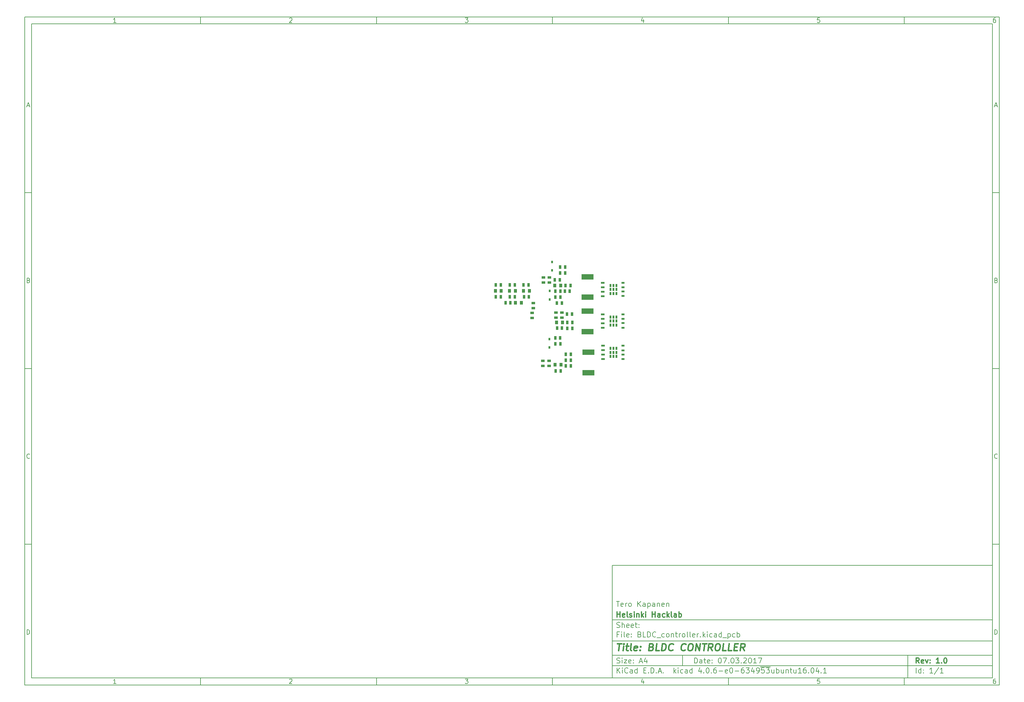
<source format=gbr>
G04 #@! TF.FileFunction,Paste,Bot*
%FSLAX46Y46*%
G04 Gerber Fmt 4.6, Leading zero omitted, Abs format (unit mm)*
G04 Created by KiCad (PCBNEW 4.0.6-e0-6349~53~ubuntu16.04.1) date Tue Mar  7 23:33:07 2017*
%MOMM*%
%LPD*%
G01*
G04 APERTURE LIST*
%ADD10C,0.100000*%
%ADD11C,0.150000*%
%ADD12C,0.300000*%
%ADD13C,0.400000*%
%ADD14R,0.600000X0.800000*%
%ADD15R,0.650000X0.990000*%
%ADD16R,3.450000X1.500000*%
%ADD17R,0.600000X0.900000*%
%ADD18R,0.900000X0.600000*%
%ADD19R,1.050000X0.600000*%
%ADD20R,0.990000X0.650000*%
%ADD21R,0.900000X1.000000*%
G04 APERTURE END LIST*
D10*
D11*
X177002200Y-166007200D02*
X177002200Y-198007200D01*
X285002200Y-198007200D01*
X285002200Y-166007200D01*
X177002200Y-166007200D01*
D10*
D11*
X10000000Y-10000000D02*
X10000000Y-200007200D01*
X287002200Y-200007200D01*
X287002200Y-10000000D01*
X10000000Y-10000000D01*
D10*
D11*
X12000000Y-12000000D02*
X12000000Y-198007200D01*
X285002200Y-198007200D01*
X285002200Y-12000000D01*
X12000000Y-12000000D01*
D10*
D11*
X60000000Y-12000000D02*
X60000000Y-10000000D01*
D10*
D11*
X110000000Y-12000000D02*
X110000000Y-10000000D01*
D10*
D11*
X160000000Y-12000000D02*
X160000000Y-10000000D01*
D10*
D11*
X210000000Y-12000000D02*
X210000000Y-10000000D01*
D10*
D11*
X260000000Y-12000000D02*
X260000000Y-10000000D01*
D10*
D11*
X35990476Y-11588095D02*
X35247619Y-11588095D01*
X35619048Y-11588095D02*
X35619048Y-10288095D01*
X35495238Y-10473810D01*
X35371429Y-10597619D01*
X35247619Y-10659524D01*
D10*
D11*
X85247619Y-10411905D02*
X85309524Y-10350000D01*
X85433333Y-10288095D01*
X85742857Y-10288095D01*
X85866667Y-10350000D01*
X85928571Y-10411905D01*
X85990476Y-10535714D01*
X85990476Y-10659524D01*
X85928571Y-10845238D01*
X85185714Y-11588095D01*
X85990476Y-11588095D01*
D10*
D11*
X135185714Y-10288095D02*
X135990476Y-10288095D01*
X135557143Y-10783333D01*
X135742857Y-10783333D01*
X135866667Y-10845238D01*
X135928571Y-10907143D01*
X135990476Y-11030952D01*
X135990476Y-11340476D01*
X135928571Y-11464286D01*
X135866667Y-11526190D01*
X135742857Y-11588095D01*
X135371429Y-11588095D01*
X135247619Y-11526190D01*
X135185714Y-11464286D01*
D10*
D11*
X185866667Y-10721429D02*
X185866667Y-11588095D01*
X185557143Y-10226190D02*
X185247619Y-11154762D01*
X186052381Y-11154762D01*
D10*
D11*
X235928571Y-10288095D02*
X235309524Y-10288095D01*
X235247619Y-10907143D01*
X235309524Y-10845238D01*
X235433333Y-10783333D01*
X235742857Y-10783333D01*
X235866667Y-10845238D01*
X235928571Y-10907143D01*
X235990476Y-11030952D01*
X235990476Y-11340476D01*
X235928571Y-11464286D01*
X235866667Y-11526190D01*
X235742857Y-11588095D01*
X235433333Y-11588095D01*
X235309524Y-11526190D01*
X235247619Y-11464286D01*
D10*
D11*
X285866667Y-10288095D02*
X285619048Y-10288095D01*
X285495238Y-10350000D01*
X285433333Y-10411905D01*
X285309524Y-10597619D01*
X285247619Y-10845238D01*
X285247619Y-11340476D01*
X285309524Y-11464286D01*
X285371429Y-11526190D01*
X285495238Y-11588095D01*
X285742857Y-11588095D01*
X285866667Y-11526190D01*
X285928571Y-11464286D01*
X285990476Y-11340476D01*
X285990476Y-11030952D01*
X285928571Y-10907143D01*
X285866667Y-10845238D01*
X285742857Y-10783333D01*
X285495238Y-10783333D01*
X285371429Y-10845238D01*
X285309524Y-10907143D01*
X285247619Y-11030952D01*
D10*
D11*
X60000000Y-198007200D02*
X60000000Y-200007200D01*
D10*
D11*
X110000000Y-198007200D02*
X110000000Y-200007200D01*
D10*
D11*
X160000000Y-198007200D02*
X160000000Y-200007200D01*
D10*
D11*
X210000000Y-198007200D02*
X210000000Y-200007200D01*
D10*
D11*
X260000000Y-198007200D02*
X260000000Y-200007200D01*
D10*
D11*
X35990476Y-199595295D02*
X35247619Y-199595295D01*
X35619048Y-199595295D02*
X35619048Y-198295295D01*
X35495238Y-198481010D01*
X35371429Y-198604819D01*
X35247619Y-198666724D01*
D10*
D11*
X85247619Y-198419105D02*
X85309524Y-198357200D01*
X85433333Y-198295295D01*
X85742857Y-198295295D01*
X85866667Y-198357200D01*
X85928571Y-198419105D01*
X85990476Y-198542914D01*
X85990476Y-198666724D01*
X85928571Y-198852438D01*
X85185714Y-199595295D01*
X85990476Y-199595295D01*
D10*
D11*
X135185714Y-198295295D02*
X135990476Y-198295295D01*
X135557143Y-198790533D01*
X135742857Y-198790533D01*
X135866667Y-198852438D01*
X135928571Y-198914343D01*
X135990476Y-199038152D01*
X135990476Y-199347676D01*
X135928571Y-199471486D01*
X135866667Y-199533390D01*
X135742857Y-199595295D01*
X135371429Y-199595295D01*
X135247619Y-199533390D01*
X135185714Y-199471486D01*
D10*
D11*
X185866667Y-198728629D02*
X185866667Y-199595295D01*
X185557143Y-198233390D02*
X185247619Y-199161962D01*
X186052381Y-199161962D01*
D10*
D11*
X235928571Y-198295295D02*
X235309524Y-198295295D01*
X235247619Y-198914343D01*
X235309524Y-198852438D01*
X235433333Y-198790533D01*
X235742857Y-198790533D01*
X235866667Y-198852438D01*
X235928571Y-198914343D01*
X235990476Y-199038152D01*
X235990476Y-199347676D01*
X235928571Y-199471486D01*
X235866667Y-199533390D01*
X235742857Y-199595295D01*
X235433333Y-199595295D01*
X235309524Y-199533390D01*
X235247619Y-199471486D01*
D10*
D11*
X285866667Y-198295295D02*
X285619048Y-198295295D01*
X285495238Y-198357200D01*
X285433333Y-198419105D01*
X285309524Y-198604819D01*
X285247619Y-198852438D01*
X285247619Y-199347676D01*
X285309524Y-199471486D01*
X285371429Y-199533390D01*
X285495238Y-199595295D01*
X285742857Y-199595295D01*
X285866667Y-199533390D01*
X285928571Y-199471486D01*
X285990476Y-199347676D01*
X285990476Y-199038152D01*
X285928571Y-198914343D01*
X285866667Y-198852438D01*
X285742857Y-198790533D01*
X285495238Y-198790533D01*
X285371429Y-198852438D01*
X285309524Y-198914343D01*
X285247619Y-199038152D01*
D10*
D11*
X10000000Y-60000000D02*
X12000000Y-60000000D01*
D10*
D11*
X10000000Y-110000000D02*
X12000000Y-110000000D01*
D10*
D11*
X10000000Y-160000000D02*
X12000000Y-160000000D01*
D10*
D11*
X10690476Y-35216667D02*
X11309524Y-35216667D01*
X10566667Y-35588095D02*
X11000000Y-34288095D01*
X11433333Y-35588095D01*
D10*
D11*
X11092857Y-84907143D02*
X11278571Y-84969048D01*
X11340476Y-85030952D01*
X11402381Y-85154762D01*
X11402381Y-85340476D01*
X11340476Y-85464286D01*
X11278571Y-85526190D01*
X11154762Y-85588095D01*
X10659524Y-85588095D01*
X10659524Y-84288095D01*
X11092857Y-84288095D01*
X11216667Y-84350000D01*
X11278571Y-84411905D01*
X11340476Y-84535714D01*
X11340476Y-84659524D01*
X11278571Y-84783333D01*
X11216667Y-84845238D01*
X11092857Y-84907143D01*
X10659524Y-84907143D01*
D10*
D11*
X11402381Y-135464286D02*
X11340476Y-135526190D01*
X11154762Y-135588095D01*
X11030952Y-135588095D01*
X10845238Y-135526190D01*
X10721429Y-135402381D01*
X10659524Y-135278571D01*
X10597619Y-135030952D01*
X10597619Y-134845238D01*
X10659524Y-134597619D01*
X10721429Y-134473810D01*
X10845238Y-134350000D01*
X11030952Y-134288095D01*
X11154762Y-134288095D01*
X11340476Y-134350000D01*
X11402381Y-134411905D01*
D10*
D11*
X10659524Y-185588095D02*
X10659524Y-184288095D01*
X10969048Y-184288095D01*
X11154762Y-184350000D01*
X11278571Y-184473810D01*
X11340476Y-184597619D01*
X11402381Y-184845238D01*
X11402381Y-185030952D01*
X11340476Y-185278571D01*
X11278571Y-185402381D01*
X11154762Y-185526190D01*
X10969048Y-185588095D01*
X10659524Y-185588095D01*
D10*
D11*
X287002200Y-60000000D02*
X285002200Y-60000000D01*
D10*
D11*
X287002200Y-110000000D02*
X285002200Y-110000000D01*
D10*
D11*
X287002200Y-160000000D02*
X285002200Y-160000000D01*
D10*
D11*
X285692676Y-35216667D02*
X286311724Y-35216667D01*
X285568867Y-35588095D02*
X286002200Y-34288095D01*
X286435533Y-35588095D01*
D10*
D11*
X286095057Y-84907143D02*
X286280771Y-84969048D01*
X286342676Y-85030952D01*
X286404581Y-85154762D01*
X286404581Y-85340476D01*
X286342676Y-85464286D01*
X286280771Y-85526190D01*
X286156962Y-85588095D01*
X285661724Y-85588095D01*
X285661724Y-84288095D01*
X286095057Y-84288095D01*
X286218867Y-84350000D01*
X286280771Y-84411905D01*
X286342676Y-84535714D01*
X286342676Y-84659524D01*
X286280771Y-84783333D01*
X286218867Y-84845238D01*
X286095057Y-84907143D01*
X285661724Y-84907143D01*
D10*
D11*
X286404581Y-135464286D02*
X286342676Y-135526190D01*
X286156962Y-135588095D01*
X286033152Y-135588095D01*
X285847438Y-135526190D01*
X285723629Y-135402381D01*
X285661724Y-135278571D01*
X285599819Y-135030952D01*
X285599819Y-134845238D01*
X285661724Y-134597619D01*
X285723629Y-134473810D01*
X285847438Y-134350000D01*
X286033152Y-134288095D01*
X286156962Y-134288095D01*
X286342676Y-134350000D01*
X286404581Y-134411905D01*
D10*
D11*
X285661724Y-185588095D02*
X285661724Y-184288095D01*
X285971248Y-184288095D01*
X286156962Y-184350000D01*
X286280771Y-184473810D01*
X286342676Y-184597619D01*
X286404581Y-184845238D01*
X286404581Y-185030952D01*
X286342676Y-185278571D01*
X286280771Y-185402381D01*
X286156962Y-185526190D01*
X285971248Y-185588095D01*
X285661724Y-185588095D01*
D10*
D11*
X200359343Y-193785771D02*
X200359343Y-192285771D01*
X200716486Y-192285771D01*
X200930771Y-192357200D01*
X201073629Y-192500057D01*
X201145057Y-192642914D01*
X201216486Y-192928629D01*
X201216486Y-193142914D01*
X201145057Y-193428629D01*
X201073629Y-193571486D01*
X200930771Y-193714343D01*
X200716486Y-193785771D01*
X200359343Y-193785771D01*
X202502200Y-193785771D02*
X202502200Y-193000057D01*
X202430771Y-192857200D01*
X202287914Y-192785771D01*
X202002200Y-192785771D01*
X201859343Y-192857200D01*
X202502200Y-193714343D02*
X202359343Y-193785771D01*
X202002200Y-193785771D01*
X201859343Y-193714343D01*
X201787914Y-193571486D01*
X201787914Y-193428629D01*
X201859343Y-193285771D01*
X202002200Y-193214343D01*
X202359343Y-193214343D01*
X202502200Y-193142914D01*
X203002200Y-192785771D02*
X203573629Y-192785771D01*
X203216486Y-192285771D02*
X203216486Y-193571486D01*
X203287914Y-193714343D01*
X203430772Y-193785771D01*
X203573629Y-193785771D01*
X204645057Y-193714343D02*
X204502200Y-193785771D01*
X204216486Y-193785771D01*
X204073629Y-193714343D01*
X204002200Y-193571486D01*
X204002200Y-193000057D01*
X204073629Y-192857200D01*
X204216486Y-192785771D01*
X204502200Y-192785771D01*
X204645057Y-192857200D01*
X204716486Y-193000057D01*
X204716486Y-193142914D01*
X204002200Y-193285771D01*
X205359343Y-193642914D02*
X205430771Y-193714343D01*
X205359343Y-193785771D01*
X205287914Y-193714343D01*
X205359343Y-193642914D01*
X205359343Y-193785771D01*
X205359343Y-192857200D02*
X205430771Y-192928629D01*
X205359343Y-193000057D01*
X205287914Y-192928629D01*
X205359343Y-192857200D01*
X205359343Y-193000057D01*
X207502200Y-192285771D02*
X207645057Y-192285771D01*
X207787914Y-192357200D01*
X207859343Y-192428629D01*
X207930772Y-192571486D01*
X208002200Y-192857200D01*
X208002200Y-193214343D01*
X207930772Y-193500057D01*
X207859343Y-193642914D01*
X207787914Y-193714343D01*
X207645057Y-193785771D01*
X207502200Y-193785771D01*
X207359343Y-193714343D01*
X207287914Y-193642914D01*
X207216486Y-193500057D01*
X207145057Y-193214343D01*
X207145057Y-192857200D01*
X207216486Y-192571486D01*
X207287914Y-192428629D01*
X207359343Y-192357200D01*
X207502200Y-192285771D01*
X208502200Y-192285771D02*
X209502200Y-192285771D01*
X208859343Y-193785771D01*
X210073628Y-193642914D02*
X210145056Y-193714343D01*
X210073628Y-193785771D01*
X210002199Y-193714343D01*
X210073628Y-193642914D01*
X210073628Y-193785771D01*
X211073628Y-192285771D02*
X211216485Y-192285771D01*
X211359342Y-192357200D01*
X211430771Y-192428629D01*
X211502200Y-192571486D01*
X211573628Y-192857200D01*
X211573628Y-193214343D01*
X211502200Y-193500057D01*
X211430771Y-193642914D01*
X211359342Y-193714343D01*
X211216485Y-193785771D01*
X211073628Y-193785771D01*
X210930771Y-193714343D01*
X210859342Y-193642914D01*
X210787914Y-193500057D01*
X210716485Y-193214343D01*
X210716485Y-192857200D01*
X210787914Y-192571486D01*
X210859342Y-192428629D01*
X210930771Y-192357200D01*
X211073628Y-192285771D01*
X212073628Y-192285771D02*
X213002199Y-192285771D01*
X212502199Y-192857200D01*
X212716485Y-192857200D01*
X212859342Y-192928629D01*
X212930771Y-193000057D01*
X213002199Y-193142914D01*
X213002199Y-193500057D01*
X212930771Y-193642914D01*
X212859342Y-193714343D01*
X212716485Y-193785771D01*
X212287913Y-193785771D01*
X212145056Y-193714343D01*
X212073628Y-193642914D01*
X213645056Y-193642914D02*
X213716484Y-193714343D01*
X213645056Y-193785771D01*
X213573627Y-193714343D01*
X213645056Y-193642914D01*
X213645056Y-193785771D01*
X214287913Y-192428629D02*
X214359342Y-192357200D01*
X214502199Y-192285771D01*
X214859342Y-192285771D01*
X215002199Y-192357200D01*
X215073628Y-192428629D01*
X215145056Y-192571486D01*
X215145056Y-192714343D01*
X215073628Y-192928629D01*
X214216485Y-193785771D01*
X215145056Y-193785771D01*
X216073627Y-192285771D02*
X216216484Y-192285771D01*
X216359341Y-192357200D01*
X216430770Y-192428629D01*
X216502199Y-192571486D01*
X216573627Y-192857200D01*
X216573627Y-193214343D01*
X216502199Y-193500057D01*
X216430770Y-193642914D01*
X216359341Y-193714343D01*
X216216484Y-193785771D01*
X216073627Y-193785771D01*
X215930770Y-193714343D01*
X215859341Y-193642914D01*
X215787913Y-193500057D01*
X215716484Y-193214343D01*
X215716484Y-192857200D01*
X215787913Y-192571486D01*
X215859341Y-192428629D01*
X215930770Y-192357200D01*
X216073627Y-192285771D01*
X218002198Y-193785771D02*
X217145055Y-193785771D01*
X217573627Y-193785771D02*
X217573627Y-192285771D01*
X217430770Y-192500057D01*
X217287912Y-192642914D01*
X217145055Y-192714343D01*
X218502198Y-192285771D02*
X219502198Y-192285771D01*
X218859341Y-193785771D01*
D10*
D11*
X177002200Y-194507200D02*
X285002200Y-194507200D01*
D10*
D11*
X178359343Y-196585771D02*
X178359343Y-195085771D01*
X179216486Y-196585771D02*
X178573629Y-195728629D01*
X179216486Y-195085771D02*
X178359343Y-195942914D01*
X179859343Y-196585771D02*
X179859343Y-195585771D01*
X179859343Y-195085771D02*
X179787914Y-195157200D01*
X179859343Y-195228629D01*
X179930771Y-195157200D01*
X179859343Y-195085771D01*
X179859343Y-195228629D01*
X181430772Y-196442914D02*
X181359343Y-196514343D01*
X181145057Y-196585771D01*
X181002200Y-196585771D01*
X180787915Y-196514343D01*
X180645057Y-196371486D01*
X180573629Y-196228629D01*
X180502200Y-195942914D01*
X180502200Y-195728629D01*
X180573629Y-195442914D01*
X180645057Y-195300057D01*
X180787915Y-195157200D01*
X181002200Y-195085771D01*
X181145057Y-195085771D01*
X181359343Y-195157200D01*
X181430772Y-195228629D01*
X182716486Y-196585771D02*
X182716486Y-195800057D01*
X182645057Y-195657200D01*
X182502200Y-195585771D01*
X182216486Y-195585771D01*
X182073629Y-195657200D01*
X182716486Y-196514343D02*
X182573629Y-196585771D01*
X182216486Y-196585771D01*
X182073629Y-196514343D01*
X182002200Y-196371486D01*
X182002200Y-196228629D01*
X182073629Y-196085771D01*
X182216486Y-196014343D01*
X182573629Y-196014343D01*
X182716486Y-195942914D01*
X184073629Y-196585771D02*
X184073629Y-195085771D01*
X184073629Y-196514343D02*
X183930772Y-196585771D01*
X183645058Y-196585771D01*
X183502200Y-196514343D01*
X183430772Y-196442914D01*
X183359343Y-196300057D01*
X183359343Y-195871486D01*
X183430772Y-195728629D01*
X183502200Y-195657200D01*
X183645058Y-195585771D01*
X183930772Y-195585771D01*
X184073629Y-195657200D01*
X185930772Y-195800057D02*
X186430772Y-195800057D01*
X186645058Y-196585771D02*
X185930772Y-196585771D01*
X185930772Y-195085771D01*
X186645058Y-195085771D01*
X187287915Y-196442914D02*
X187359343Y-196514343D01*
X187287915Y-196585771D01*
X187216486Y-196514343D01*
X187287915Y-196442914D01*
X187287915Y-196585771D01*
X188002201Y-196585771D02*
X188002201Y-195085771D01*
X188359344Y-195085771D01*
X188573629Y-195157200D01*
X188716487Y-195300057D01*
X188787915Y-195442914D01*
X188859344Y-195728629D01*
X188859344Y-195942914D01*
X188787915Y-196228629D01*
X188716487Y-196371486D01*
X188573629Y-196514343D01*
X188359344Y-196585771D01*
X188002201Y-196585771D01*
X189502201Y-196442914D02*
X189573629Y-196514343D01*
X189502201Y-196585771D01*
X189430772Y-196514343D01*
X189502201Y-196442914D01*
X189502201Y-196585771D01*
X190145058Y-196157200D02*
X190859344Y-196157200D01*
X190002201Y-196585771D02*
X190502201Y-195085771D01*
X191002201Y-196585771D01*
X191502201Y-196442914D02*
X191573629Y-196514343D01*
X191502201Y-196585771D01*
X191430772Y-196514343D01*
X191502201Y-196442914D01*
X191502201Y-196585771D01*
X194502201Y-196585771D02*
X194502201Y-195085771D01*
X194645058Y-196014343D02*
X195073629Y-196585771D01*
X195073629Y-195585771D02*
X194502201Y-196157200D01*
X195716487Y-196585771D02*
X195716487Y-195585771D01*
X195716487Y-195085771D02*
X195645058Y-195157200D01*
X195716487Y-195228629D01*
X195787915Y-195157200D01*
X195716487Y-195085771D01*
X195716487Y-195228629D01*
X197073630Y-196514343D02*
X196930773Y-196585771D01*
X196645059Y-196585771D01*
X196502201Y-196514343D01*
X196430773Y-196442914D01*
X196359344Y-196300057D01*
X196359344Y-195871486D01*
X196430773Y-195728629D01*
X196502201Y-195657200D01*
X196645059Y-195585771D01*
X196930773Y-195585771D01*
X197073630Y-195657200D01*
X198359344Y-196585771D02*
X198359344Y-195800057D01*
X198287915Y-195657200D01*
X198145058Y-195585771D01*
X197859344Y-195585771D01*
X197716487Y-195657200D01*
X198359344Y-196514343D02*
X198216487Y-196585771D01*
X197859344Y-196585771D01*
X197716487Y-196514343D01*
X197645058Y-196371486D01*
X197645058Y-196228629D01*
X197716487Y-196085771D01*
X197859344Y-196014343D01*
X198216487Y-196014343D01*
X198359344Y-195942914D01*
X199716487Y-196585771D02*
X199716487Y-195085771D01*
X199716487Y-196514343D02*
X199573630Y-196585771D01*
X199287916Y-196585771D01*
X199145058Y-196514343D01*
X199073630Y-196442914D01*
X199002201Y-196300057D01*
X199002201Y-195871486D01*
X199073630Y-195728629D01*
X199145058Y-195657200D01*
X199287916Y-195585771D01*
X199573630Y-195585771D01*
X199716487Y-195657200D01*
X202216487Y-195585771D02*
X202216487Y-196585771D01*
X201859344Y-195014343D02*
X201502201Y-196085771D01*
X202430773Y-196085771D01*
X203002201Y-196442914D02*
X203073629Y-196514343D01*
X203002201Y-196585771D01*
X202930772Y-196514343D01*
X203002201Y-196442914D01*
X203002201Y-196585771D01*
X204002201Y-195085771D02*
X204145058Y-195085771D01*
X204287915Y-195157200D01*
X204359344Y-195228629D01*
X204430773Y-195371486D01*
X204502201Y-195657200D01*
X204502201Y-196014343D01*
X204430773Y-196300057D01*
X204359344Y-196442914D01*
X204287915Y-196514343D01*
X204145058Y-196585771D01*
X204002201Y-196585771D01*
X203859344Y-196514343D01*
X203787915Y-196442914D01*
X203716487Y-196300057D01*
X203645058Y-196014343D01*
X203645058Y-195657200D01*
X203716487Y-195371486D01*
X203787915Y-195228629D01*
X203859344Y-195157200D01*
X204002201Y-195085771D01*
X205145058Y-196442914D02*
X205216486Y-196514343D01*
X205145058Y-196585771D01*
X205073629Y-196514343D01*
X205145058Y-196442914D01*
X205145058Y-196585771D01*
X206502201Y-195085771D02*
X206216487Y-195085771D01*
X206073630Y-195157200D01*
X206002201Y-195228629D01*
X205859344Y-195442914D01*
X205787915Y-195728629D01*
X205787915Y-196300057D01*
X205859344Y-196442914D01*
X205930772Y-196514343D01*
X206073630Y-196585771D01*
X206359344Y-196585771D01*
X206502201Y-196514343D01*
X206573630Y-196442914D01*
X206645058Y-196300057D01*
X206645058Y-195942914D01*
X206573630Y-195800057D01*
X206502201Y-195728629D01*
X206359344Y-195657200D01*
X206073630Y-195657200D01*
X205930772Y-195728629D01*
X205859344Y-195800057D01*
X205787915Y-195942914D01*
X207287915Y-196014343D02*
X208430772Y-196014343D01*
X209716486Y-196514343D02*
X209573629Y-196585771D01*
X209287915Y-196585771D01*
X209145058Y-196514343D01*
X209073629Y-196371486D01*
X209073629Y-195800057D01*
X209145058Y-195657200D01*
X209287915Y-195585771D01*
X209573629Y-195585771D01*
X209716486Y-195657200D01*
X209787915Y-195800057D01*
X209787915Y-195942914D01*
X209073629Y-196085771D01*
X210716486Y-195085771D02*
X210859343Y-195085771D01*
X211002200Y-195157200D01*
X211073629Y-195228629D01*
X211145058Y-195371486D01*
X211216486Y-195657200D01*
X211216486Y-196014343D01*
X211145058Y-196300057D01*
X211073629Y-196442914D01*
X211002200Y-196514343D01*
X210859343Y-196585771D01*
X210716486Y-196585771D01*
X210573629Y-196514343D01*
X210502200Y-196442914D01*
X210430772Y-196300057D01*
X210359343Y-196014343D01*
X210359343Y-195657200D01*
X210430772Y-195371486D01*
X210502200Y-195228629D01*
X210573629Y-195157200D01*
X210716486Y-195085771D01*
X211859343Y-196014343D02*
X213002200Y-196014343D01*
X214359343Y-195085771D02*
X214073629Y-195085771D01*
X213930772Y-195157200D01*
X213859343Y-195228629D01*
X213716486Y-195442914D01*
X213645057Y-195728629D01*
X213645057Y-196300057D01*
X213716486Y-196442914D01*
X213787914Y-196514343D01*
X213930772Y-196585771D01*
X214216486Y-196585771D01*
X214359343Y-196514343D01*
X214430772Y-196442914D01*
X214502200Y-196300057D01*
X214502200Y-195942914D01*
X214430772Y-195800057D01*
X214359343Y-195728629D01*
X214216486Y-195657200D01*
X213930772Y-195657200D01*
X213787914Y-195728629D01*
X213716486Y-195800057D01*
X213645057Y-195942914D01*
X215002200Y-195085771D02*
X215930771Y-195085771D01*
X215430771Y-195657200D01*
X215645057Y-195657200D01*
X215787914Y-195728629D01*
X215859343Y-195800057D01*
X215930771Y-195942914D01*
X215930771Y-196300057D01*
X215859343Y-196442914D01*
X215787914Y-196514343D01*
X215645057Y-196585771D01*
X215216485Y-196585771D01*
X215073628Y-196514343D01*
X215002200Y-196442914D01*
X217216485Y-195585771D02*
X217216485Y-196585771D01*
X216859342Y-195014343D02*
X216502199Y-196085771D01*
X217430771Y-196085771D01*
X218073627Y-196585771D02*
X218359342Y-196585771D01*
X218502199Y-196514343D01*
X218573627Y-196442914D01*
X218716485Y-196228629D01*
X218787913Y-195942914D01*
X218787913Y-195371486D01*
X218716485Y-195228629D01*
X218645056Y-195157200D01*
X218502199Y-195085771D01*
X218216485Y-195085771D01*
X218073627Y-195157200D01*
X218002199Y-195228629D01*
X217930770Y-195371486D01*
X217930770Y-195728629D01*
X218002199Y-195871486D01*
X218073627Y-195942914D01*
X218216485Y-196014343D01*
X218502199Y-196014343D01*
X218645056Y-195942914D01*
X218716485Y-195871486D01*
X218787913Y-195728629D01*
X220145056Y-195085771D02*
X219430770Y-195085771D01*
X219359341Y-195800057D01*
X219430770Y-195728629D01*
X219573627Y-195657200D01*
X219930770Y-195657200D01*
X220073627Y-195728629D01*
X220145056Y-195800057D01*
X220216484Y-195942914D01*
X220216484Y-196300057D01*
X220145056Y-196442914D01*
X220073627Y-196514343D01*
X219930770Y-196585771D01*
X219573627Y-196585771D01*
X219430770Y-196514343D01*
X219359341Y-196442914D01*
X220716484Y-195085771D02*
X221645055Y-195085771D01*
X221145055Y-195657200D01*
X221359341Y-195657200D01*
X221502198Y-195728629D01*
X221573627Y-195800057D01*
X221645055Y-195942914D01*
X221645055Y-196300057D01*
X221573627Y-196442914D01*
X221502198Y-196514343D01*
X221359341Y-196585771D01*
X220930769Y-196585771D01*
X220787912Y-196514343D01*
X220716484Y-196442914D01*
X219073627Y-194827200D02*
X221930769Y-194827200D01*
X222930769Y-195585771D02*
X222930769Y-196585771D01*
X222287912Y-195585771D02*
X222287912Y-196371486D01*
X222359340Y-196514343D01*
X222502198Y-196585771D01*
X222716483Y-196585771D01*
X222859340Y-196514343D01*
X222930769Y-196442914D01*
X223645055Y-196585771D02*
X223645055Y-195085771D01*
X223645055Y-195657200D02*
X223787912Y-195585771D01*
X224073626Y-195585771D01*
X224216483Y-195657200D01*
X224287912Y-195728629D01*
X224359341Y-195871486D01*
X224359341Y-196300057D01*
X224287912Y-196442914D01*
X224216483Y-196514343D01*
X224073626Y-196585771D01*
X223787912Y-196585771D01*
X223645055Y-196514343D01*
X225645055Y-195585771D02*
X225645055Y-196585771D01*
X225002198Y-195585771D02*
X225002198Y-196371486D01*
X225073626Y-196514343D01*
X225216484Y-196585771D01*
X225430769Y-196585771D01*
X225573626Y-196514343D01*
X225645055Y-196442914D01*
X226359341Y-195585771D02*
X226359341Y-196585771D01*
X226359341Y-195728629D02*
X226430769Y-195657200D01*
X226573627Y-195585771D01*
X226787912Y-195585771D01*
X226930769Y-195657200D01*
X227002198Y-195800057D01*
X227002198Y-196585771D01*
X227502198Y-195585771D02*
X228073627Y-195585771D01*
X227716484Y-195085771D02*
X227716484Y-196371486D01*
X227787912Y-196514343D01*
X227930770Y-196585771D01*
X228073627Y-196585771D01*
X229216484Y-195585771D02*
X229216484Y-196585771D01*
X228573627Y-195585771D02*
X228573627Y-196371486D01*
X228645055Y-196514343D01*
X228787913Y-196585771D01*
X229002198Y-196585771D01*
X229145055Y-196514343D01*
X229216484Y-196442914D01*
X230716484Y-196585771D02*
X229859341Y-196585771D01*
X230287913Y-196585771D02*
X230287913Y-195085771D01*
X230145056Y-195300057D01*
X230002198Y-195442914D01*
X229859341Y-195514343D01*
X232002198Y-195085771D02*
X231716484Y-195085771D01*
X231573627Y-195157200D01*
X231502198Y-195228629D01*
X231359341Y-195442914D01*
X231287912Y-195728629D01*
X231287912Y-196300057D01*
X231359341Y-196442914D01*
X231430769Y-196514343D01*
X231573627Y-196585771D01*
X231859341Y-196585771D01*
X232002198Y-196514343D01*
X232073627Y-196442914D01*
X232145055Y-196300057D01*
X232145055Y-195942914D01*
X232073627Y-195800057D01*
X232002198Y-195728629D01*
X231859341Y-195657200D01*
X231573627Y-195657200D01*
X231430769Y-195728629D01*
X231359341Y-195800057D01*
X231287912Y-195942914D01*
X232787912Y-196442914D02*
X232859340Y-196514343D01*
X232787912Y-196585771D01*
X232716483Y-196514343D01*
X232787912Y-196442914D01*
X232787912Y-196585771D01*
X233787912Y-195085771D02*
X233930769Y-195085771D01*
X234073626Y-195157200D01*
X234145055Y-195228629D01*
X234216484Y-195371486D01*
X234287912Y-195657200D01*
X234287912Y-196014343D01*
X234216484Y-196300057D01*
X234145055Y-196442914D01*
X234073626Y-196514343D01*
X233930769Y-196585771D01*
X233787912Y-196585771D01*
X233645055Y-196514343D01*
X233573626Y-196442914D01*
X233502198Y-196300057D01*
X233430769Y-196014343D01*
X233430769Y-195657200D01*
X233502198Y-195371486D01*
X233573626Y-195228629D01*
X233645055Y-195157200D01*
X233787912Y-195085771D01*
X235573626Y-195585771D02*
X235573626Y-196585771D01*
X235216483Y-195014343D02*
X234859340Y-196085771D01*
X235787912Y-196085771D01*
X236359340Y-196442914D02*
X236430768Y-196514343D01*
X236359340Y-196585771D01*
X236287911Y-196514343D01*
X236359340Y-196442914D01*
X236359340Y-196585771D01*
X237859340Y-196585771D02*
X237002197Y-196585771D01*
X237430769Y-196585771D02*
X237430769Y-195085771D01*
X237287912Y-195300057D01*
X237145054Y-195442914D01*
X237002197Y-195514343D01*
D10*
D11*
X177002200Y-191507200D02*
X285002200Y-191507200D01*
D10*
D12*
X264216486Y-193785771D02*
X263716486Y-193071486D01*
X263359343Y-193785771D02*
X263359343Y-192285771D01*
X263930771Y-192285771D01*
X264073629Y-192357200D01*
X264145057Y-192428629D01*
X264216486Y-192571486D01*
X264216486Y-192785771D01*
X264145057Y-192928629D01*
X264073629Y-193000057D01*
X263930771Y-193071486D01*
X263359343Y-193071486D01*
X265430771Y-193714343D02*
X265287914Y-193785771D01*
X265002200Y-193785771D01*
X264859343Y-193714343D01*
X264787914Y-193571486D01*
X264787914Y-193000057D01*
X264859343Y-192857200D01*
X265002200Y-192785771D01*
X265287914Y-192785771D01*
X265430771Y-192857200D01*
X265502200Y-193000057D01*
X265502200Y-193142914D01*
X264787914Y-193285771D01*
X266002200Y-192785771D02*
X266359343Y-193785771D01*
X266716485Y-192785771D01*
X267287914Y-193642914D02*
X267359342Y-193714343D01*
X267287914Y-193785771D01*
X267216485Y-193714343D01*
X267287914Y-193642914D01*
X267287914Y-193785771D01*
X267287914Y-192857200D02*
X267359342Y-192928629D01*
X267287914Y-193000057D01*
X267216485Y-192928629D01*
X267287914Y-192857200D01*
X267287914Y-193000057D01*
X269930771Y-193785771D02*
X269073628Y-193785771D01*
X269502200Y-193785771D02*
X269502200Y-192285771D01*
X269359343Y-192500057D01*
X269216485Y-192642914D01*
X269073628Y-192714343D01*
X270573628Y-193642914D02*
X270645056Y-193714343D01*
X270573628Y-193785771D01*
X270502199Y-193714343D01*
X270573628Y-193642914D01*
X270573628Y-193785771D01*
X271573628Y-192285771D02*
X271716485Y-192285771D01*
X271859342Y-192357200D01*
X271930771Y-192428629D01*
X272002200Y-192571486D01*
X272073628Y-192857200D01*
X272073628Y-193214343D01*
X272002200Y-193500057D01*
X271930771Y-193642914D01*
X271859342Y-193714343D01*
X271716485Y-193785771D01*
X271573628Y-193785771D01*
X271430771Y-193714343D01*
X271359342Y-193642914D01*
X271287914Y-193500057D01*
X271216485Y-193214343D01*
X271216485Y-192857200D01*
X271287914Y-192571486D01*
X271359342Y-192428629D01*
X271430771Y-192357200D01*
X271573628Y-192285771D01*
D10*
D11*
X178287914Y-193714343D02*
X178502200Y-193785771D01*
X178859343Y-193785771D01*
X179002200Y-193714343D01*
X179073629Y-193642914D01*
X179145057Y-193500057D01*
X179145057Y-193357200D01*
X179073629Y-193214343D01*
X179002200Y-193142914D01*
X178859343Y-193071486D01*
X178573629Y-193000057D01*
X178430771Y-192928629D01*
X178359343Y-192857200D01*
X178287914Y-192714343D01*
X178287914Y-192571486D01*
X178359343Y-192428629D01*
X178430771Y-192357200D01*
X178573629Y-192285771D01*
X178930771Y-192285771D01*
X179145057Y-192357200D01*
X179787914Y-193785771D02*
X179787914Y-192785771D01*
X179787914Y-192285771D02*
X179716485Y-192357200D01*
X179787914Y-192428629D01*
X179859342Y-192357200D01*
X179787914Y-192285771D01*
X179787914Y-192428629D01*
X180359343Y-192785771D02*
X181145057Y-192785771D01*
X180359343Y-193785771D01*
X181145057Y-193785771D01*
X182287914Y-193714343D02*
X182145057Y-193785771D01*
X181859343Y-193785771D01*
X181716486Y-193714343D01*
X181645057Y-193571486D01*
X181645057Y-193000057D01*
X181716486Y-192857200D01*
X181859343Y-192785771D01*
X182145057Y-192785771D01*
X182287914Y-192857200D01*
X182359343Y-193000057D01*
X182359343Y-193142914D01*
X181645057Y-193285771D01*
X183002200Y-193642914D02*
X183073628Y-193714343D01*
X183002200Y-193785771D01*
X182930771Y-193714343D01*
X183002200Y-193642914D01*
X183002200Y-193785771D01*
X183002200Y-192857200D02*
X183073628Y-192928629D01*
X183002200Y-193000057D01*
X182930771Y-192928629D01*
X183002200Y-192857200D01*
X183002200Y-193000057D01*
X184787914Y-193357200D02*
X185502200Y-193357200D01*
X184645057Y-193785771D02*
X185145057Y-192285771D01*
X185645057Y-193785771D01*
X186787914Y-192785771D02*
X186787914Y-193785771D01*
X186430771Y-192214343D02*
X186073628Y-193285771D01*
X187002200Y-193285771D01*
D10*
D11*
X263359343Y-196585771D02*
X263359343Y-195085771D01*
X264716486Y-196585771D02*
X264716486Y-195085771D01*
X264716486Y-196514343D02*
X264573629Y-196585771D01*
X264287915Y-196585771D01*
X264145057Y-196514343D01*
X264073629Y-196442914D01*
X264002200Y-196300057D01*
X264002200Y-195871486D01*
X264073629Y-195728629D01*
X264145057Y-195657200D01*
X264287915Y-195585771D01*
X264573629Y-195585771D01*
X264716486Y-195657200D01*
X265430772Y-196442914D02*
X265502200Y-196514343D01*
X265430772Y-196585771D01*
X265359343Y-196514343D01*
X265430772Y-196442914D01*
X265430772Y-196585771D01*
X265430772Y-195657200D02*
X265502200Y-195728629D01*
X265430772Y-195800057D01*
X265359343Y-195728629D01*
X265430772Y-195657200D01*
X265430772Y-195800057D01*
X268073629Y-196585771D02*
X267216486Y-196585771D01*
X267645058Y-196585771D02*
X267645058Y-195085771D01*
X267502201Y-195300057D01*
X267359343Y-195442914D01*
X267216486Y-195514343D01*
X269787914Y-195014343D02*
X268502200Y-196942914D01*
X271073629Y-196585771D02*
X270216486Y-196585771D01*
X270645058Y-196585771D02*
X270645058Y-195085771D01*
X270502201Y-195300057D01*
X270359343Y-195442914D01*
X270216486Y-195514343D01*
D10*
D11*
X177002200Y-187507200D02*
X285002200Y-187507200D01*
D10*
D13*
X178454581Y-188211962D02*
X179597438Y-188211962D01*
X178776010Y-190211962D02*
X179026010Y-188211962D01*
X180014105Y-190211962D02*
X180180771Y-188878629D01*
X180264105Y-188211962D02*
X180156962Y-188307200D01*
X180240295Y-188402438D01*
X180347439Y-188307200D01*
X180264105Y-188211962D01*
X180240295Y-188402438D01*
X180847438Y-188878629D02*
X181609343Y-188878629D01*
X181216486Y-188211962D02*
X181002200Y-189926248D01*
X181073630Y-190116724D01*
X181252201Y-190211962D01*
X181442677Y-190211962D01*
X182395058Y-190211962D02*
X182216487Y-190116724D01*
X182145057Y-189926248D01*
X182359343Y-188211962D01*
X183930772Y-190116724D02*
X183728391Y-190211962D01*
X183347439Y-190211962D01*
X183168867Y-190116724D01*
X183097438Y-189926248D01*
X183192676Y-189164343D01*
X183311724Y-188973867D01*
X183514105Y-188878629D01*
X183895057Y-188878629D01*
X184073629Y-188973867D01*
X184145057Y-189164343D01*
X184121248Y-189354819D01*
X183145057Y-189545295D01*
X184895057Y-190021486D02*
X184978392Y-190116724D01*
X184871248Y-190211962D01*
X184787915Y-190116724D01*
X184895057Y-190021486D01*
X184871248Y-190211962D01*
X185026010Y-188973867D02*
X185109344Y-189069105D01*
X185002200Y-189164343D01*
X184918867Y-189069105D01*
X185026010Y-188973867D01*
X185002200Y-189164343D01*
X188145058Y-189164343D02*
X188418867Y-189259581D01*
X188502202Y-189354819D01*
X188573630Y-189545295D01*
X188537916Y-189831010D01*
X188418868Y-190021486D01*
X188311725Y-190116724D01*
X188109344Y-190211962D01*
X187347439Y-190211962D01*
X187597439Y-188211962D01*
X188264106Y-188211962D01*
X188442677Y-188307200D01*
X188526010Y-188402438D01*
X188597440Y-188592914D01*
X188573630Y-188783390D01*
X188454582Y-188973867D01*
X188347439Y-189069105D01*
X188145058Y-189164343D01*
X187478391Y-189164343D01*
X190299820Y-190211962D02*
X189347439Y-190211962D01*
X189597439Y-188211962D01*
X190966487Y-190211962D02*
X191216487Y-188211962D01*
X191692678Y-188211962D01*
X191966487Y-188307200D01*
X192133154Y-188497676D01*
X192204583Y-188688152D01*
X192252202Y-189069105D01*
X192216488Y-189354819D01*
X192073631Y-189735771D01*
X191954582Y-189926248D01*
X191740297Y-190116724D01*
X191442678Y-190211962D01*
X190966487Y-190211962D01*
X194133154Y-190021486D02*
X194026012Y-190116724D01*
X193728392Y-190211962D01*
X193537916Y-190211962D01*
X193264107Y-190116724D01*
X193097440Y-189926248D01*
X193026011Y-189735771D01*
X192978392Y-189354819D01*
X193014106Y-189069105D01*
X193156963Y-188688152D01*
X193276012Y-188497676D01*
X193490297Y-188307200D01*
X193787916Y-188211962D01*
X193978392Y-188211962D01*
X194252202Y-188307200D01*
X194335535Y-188402438D01*
X197656964Y-190021486D02*
X197549822Y-190116724D01*
X197252202Y-190211962D01*
X197061726Y-190211962D01*
X196787917Y-190116724D01*
X196621250Y-189926248D01*
X196549821Y-189735771D01*
X196502202Y-189354819D01*
X196537916Y-189069105D01*
X196680773Y-188688152D01*
X196799822Y-188497676D01*
X197014107Y-188307200D01*
X197311726Y-188211962D01*
X197502202Y-188211962D01*
X197776012Y-188307200D01*
X197859345Y-188402438D01*
X199121250Y-188211962D02*
X199502202Y-188211962D01*
X199680773Y-188307200D01*
X199847441Y-188497676D01*
X199895059Y-188878629D01*
X199811726Y-189545295D01*
X199668869Y-189926248D01*
X199454583Y-190116724D01*
X199252202Y-190211962D01*
X198871250Y-190211962D01*
X198692679Y-190116724D01*
X198526011Y-189926248D01*
X198478392Y-189545295D01*
X198561725Y-188878629D01*
X198704583Y-188497676D01*
X198918869Y-188307200D01*
X199121250Y-188211962D01*
X200585535Y-190211962D02*
X200835535Y-188211962D01*
X201728393Y-190211962D01*
X201978393Y-188211962D01*
X202645059Y-188211962D02*
X203787916Y-188211962D01*
X202966488Y-190211962D02*
X203216488Y-188211962D01*
X205347441Y-190211962D02*
X204799821Y-189259581D01*
X204204583Y-190211962D02*
X204454583Y-188211962D01*
X205216488Y-188211962D01*
X205395059Y-188307200D01*
X205478393Y-188402438D01*
X205549822Y-188592914D01*
X205514107Y-188878629D01*
X205395060Y-189069105D01*
X205287916Y-189164343D01*
X205085535Y-189259581D01*
X204323630Y-189259581D01*
X206835536Y-188211962D02*
X207216488Y-188211962D01*
X207395059Y-188307200D01*
X207561727Y-188497676D01*
X207609345Y-188878629D01*
X207526012Y-189545295D01*
X207383155Y-189926248D01*
X207168869Y-190116724D01*
X206966488Y-190211962D01*
X206585536Y-190211962D01*
X206406965Y-190116724D01*
X206240297Y-189926248D01*
X206192678Y-189545295D01*
X206276011Y-188878629D01*
X206418869Y-188497676D01*
X206633155Y-188307200D01*
X206835536Y-188211962D01*
X209252202Y-190211962D02*
X208299821Y-190211962D01*
X208549821Y-188211962D01*
X210871250Y-190211962D02*
X209918869Y-190211962D01*
X210168869Y-188211962D01*
X211668869Y-189164343D02*
X212335536Y-189164343D01*
X212490298Y-190211962D02*
X211537917Y-190211962D01*
X211787917Y-188211962D01*
X212740298Y-188211962D01*
X214490299Y-190211962D02*
X213942679Y-189259581D01*
X213347441Y-190211962D02*
X213597441Y-188211962D01*
X214359346Y-188211962D01*
X214537917Y-188307200D01*
X214621251Y-188402438D01*
X214692680Y-188592914D01*
X214656965Y-188878629D01*
X214537918Y-189069105D01*
X214430774Y-189164343D01*
X214228393Y-189259581D01*
X213466488Y-189259581D01*
D10*
D11*
X178859343Y-185600057D02*
X178359343Y-185600057D01*
X178359343Y-186385771D02*
X178359343Y-184885771D01*
X179073629Y-184885771D01*
X179645057Y-186385771D02*
X179645057Y-185385771D01*
X179645057Y-184885771D02*
X179573628Y-184957200D01*
X179645057Y-185028629D01*
X179716485Y-184957200D01*
X179645057Y-184885771D01*
X179645057Y-185028629D01*
X180573629Y-186385771D02*
X180430771Y-186314343D01*
X180359343Y-186171486D01*
X180359343Y-184885771D01*
X181716485Y-186314343D02*
X181573628Y-186385771D01*
X181287914Y-186385771D01*
X181145057Y-186314343D01*
X181073628Y-186171486D01*
X181073628Y-185600057D01*
X181145057Y-185457200D01*
X181287914Y-185385771D01*
X181573628Y-185385771D01*
X181716485Y-185457200D01*
X181787914Y-185600057D01*
X181787914Y-185742914D01*
X181073628Y-185885771D01*
X182430771Y-186242914D02*
X182502199Y-186314343D01*
X182430771Y-186385771D01*
X182359342Y-186314343D01*
X182430771Y-186242914D01*
X182430771Y-186385771D01*
X182430771Y-185457200D02*
X182502199Y-185528629D01*
X182430771Y-185600057D01*
X182359342Y-185528629D01*
X182430771Y-185457200D01*
X182430771Y-185600057D01*
X184787914Y-185600057D02*
X185002200Y-185671486D01*
X185073628Y-185742914D01*
X185145057Y-185885771D01*
X185145057Y-186100057D01*
X185073628Y-186242914D01*
X185002200Y-186314343D01*
X184859342Y-186385771D01*
X184287914Y-186385771D01*
X184287914Y-184885771D01*
X184787914Y-184885771D01*
X184930771Y-184957200D01*
X185002200Y-185028629D01*
X185073628Y-185171486D01*
X185073628Y-185314343D01*
X185002200Y-185457200D01*
X184930771Y-185528629D01*
X184787914Y-185600057D01*
X184287914Y-185600057D01*
X186502200Y-186385771D02*
X185787914Y-186385771D01*
X185787914Y-184885771D01*
X187002200Y-186385771D02*
X187002200Y-184885771D01*
X187359343Y-184885771D01*
X187573628Y-184957200D01*
X187716486Y-185100057D01*
X187787914Y-185242914D01*
X187859343Y-185528629D01*
X187859343Y-185742914D01*
X187787914Y-186028629D01*
X187716486Y-186171486D01*
X187573628Y-186314343D01*
X187359343Y-186385771D01*
X187002200Y-186385771D01*
X189359343Y-186242914D02*
X189287914Y-186314343D01*
X189073628Y-186385771D01*
X188930771Y-186385771D01*
X188716486Y-186314343D01*
X188573628Y-186171486D01*
X188502200Y-186028629D01*
X188430771Y-185742914D01*
X188430771Y-185528629D01*
X188502200Y-185242914D01*
X188573628Y-185100057D01*
X188716486Y-184957200D01*
X188930771Y-184885771D01*
X189073628Y-184885771D01*
X189287914Y-184957200D01*
X189359343Y-185028629D01*
X189645057Y-186528629D02*
X190787914Y-186528629D01*
X191787914Y-186314343D02*
X191645057Y-186385771D01*
X191359343Y-186385771D01*
X191216485Y-186314343D01*
X191145057Y-186242914D01*
X191073628Y-186100057D01*
X191073628Y-185671486D01*
X191145057Y-185528629D01*
X191216485Y-185457200D01*
X191359343Y-185385771D01*
X191645057Y-185385771D01*
X191787914Y-185457200D01*
X192645057Y-186385771D02*
X192502199Y-186314343D01*
X192430771Y-186242914D01*
X192359342Y-186100057D01*
X192359342Y-185671486D01*
X192430771Y-185528629D01*
X192502199Y-185457200D01*
X192645057Y-185385771D01*
X192859342Y-185385771D01*
X193002199Y-185457200D01*
X193073628Y-185528629D01*
X193145057Y-185671486D01*
X193145057Y-186100057D01*
X193073628Y-186242914D01*
X193002199Y-186314343D01*
X192859342Y-186385771D01*
X192645057Y-186385771D01*
X193787914Y-185385771D02*
X193787914Y-186385771D01*
X193787914Y-185528629D02*
X193859342Y-185457200D01*
X194002200Y-185385771D01*
X194216485Y-185385771D01*
X194359342Y-185457200D01*
X194430771Y-185600057D01*
X194430771Y-186385771D01*
X194930771Y-185385771D02*
X195502200Y-185385771D01*
X195145057Y-184885771D02*
X195145057Y-186171486D01*
X195216485Y-186314343D01*
X195359343Y-186385771D01*
X195502200Y-186385771D01*
X196002200Y-186385771D02*
X196002200Y-185385771D01*
X196002200Y-185671486D02*
X196073628Y-185528629D01*
X196145057Y-185457200D01*
X196287914Y-185385771D01*
X196430771Y-185385771D01*
X197145057Y-186385771D02*
X197002199Y-186314343D01*
X196930771Y-186242914D01*
X196859342Y-186100057D01*
X196859342Y-185671486D01*
X196930771Y-185528629D01*
X197002199Y-185457200D01*
X197145057Y-185385771D01*
X197359342Y-185385771D01*
X197502199Y-185457200D01*
X197573628Y-185528629D01*
X197645057Y-185671486D01*
X197645057Y-186100057D01*
X197573628Y-186242914D01*
X197502199Y-186314343D01*
X197359342Y-186385771D01*
X197145057Y-186385771D01*
X198502200Y-186385771D02*
X198359342Y-186314343D01*
X198287914Y-186171486D01*
X198287914Y-184885771D01*
X199287914Y-186385771D02*
X199145056Y-186314343D01*
X199073628Y-186171486D01*
X199073628Y-184885771D01*
X200430770Y-186314343D02*
X200287913Y-186385771D01*
X200002199Y-186385771D01*
X199859342Y-186314343D01*
X199787913Y-186171486D01*
X199787913Y-185600057D01*
X199859342Y-185457200D01*
X200002199Y-185385771D01*
X200287913Y-185385771D01*
X200430770Y-185457200D01*
X200502199Y-185600057D01*
X200502199Y-185742914D01*
X199787913Y-185885771D01*
X201145056Y-186385771D02*
X201145056Y-185385771D01*
X201145056Y-185671486D02*
X201216484Y-185528629D01*
X201287913Y-185457200D01*
X201430770Y-185385771D01*
X201573627Y-185385771D01*
X202073627Y-186242914D02*
X202145055Y-186314343D01*
X202073627Y-186385771D01*
X202002198Y-186314343D01*
X202073627Y-186242914D01*
X202073627Y-186385771D01*
X202787913Y-186385771D02*
X202787913Y-184885771D01*
X202930770Y-185814343D02*
X203359341Y-186385771D01*
X203359341Y-185385771D02*
X202787913Y-185957200D01*
X204002199Y-186385771D02*
X204002199Y-185385771D01*
X204002199Y-184885771D02*
X203930770Y-184957200D01*
X204002199Y-185028629D01*
X204073627Y-184957200D01*
X204002199Y-184885771D01*
X204002199Y-185028629D01*
X205359342Y-186314343D02*
X205216485Y-186385771D01*
X204930771Y-186385771D01*
X204787913Y-186314343D01*
X204716485Y-186242914D01*
X204645056Y-186100057D01*
X204645056Y-185671486D01*
X204716485Y-185528629D01*
X204787913Y-185457200D01*
X204930771Y-185385771D01*
X205216485Y-185385771D01*
X205359342Y-185457200D01*
X206645056Y-186385771D02*
X206645056Y-185600057D01*
X206573627Y-185457200D01*
X206430770Y-185385771D01*
X206145056Y-185385771D01*
X206002199Y-185457200D01*
X206645056Y-186314343D02*
X206502199Y-186385771D01*
X206145056Y-186385771D01*
X206002199Y-186314343D01*
X205930770Y-186171486D01*
X205930770Y-186028629D01*
X206002199Y-185885771D01*
X206145056Y-185814343D01*
X206502199Y-185814343D01*
X206645056Y-185742914D01*
X208002199Y-186385771D02*
X208002199Y-184885771D01*
X208002199Y-186314343D02*
X207859342Y-186385771D01*
X207573628Y-186385771D01*
X207430770Y-186314343D01*
X207359342Y-186242914D01*
X207287913Y-186100057D01*
X207287913Y-185671486D01*
X207359342Y-185528629D01*
X207430770Y-185457200D01*
X207573628Y-185385771D01*
X207859342Y-185385771D01*
X208002199Y-185457200D01*
X208359342Y-186528629D02*
X209502199Y-186528629D01*
X209859342Y-185385771D02*
X209859342Y-186885771D01*
X209859342Y-185457200D02*
X210002199Y-185385771D01*
X210287913Y-185385771D01*
X210430770Y-185457200D01*
X210502199Y-185528629D01*
X210573628Y-185671486D01*
X210573628Y-186100057D01*
X210502199Y-186242914D01*
X210430770Y-186314343D01*
X210287913Y-186385771D01*
X210002199Y-186385771D01*
X209859342Y-186314343D01*
X211859342Y-186314343D02*
X211716485Y-186385771D01*
X211430771Y-186385771D01*
X211287913Y-186314343D01*
X211216485Y-186242914D01*
X211145056Y-186100057D01*
X211145056Y-185671486D01*
X211216485Y-185528629D01*
X211287913Y-185457200D01*
X211430771Y-185385771D01*
X211716485Y-185385771D01*
X211859342Y-185457200D01*
X212502199Y-186385771D02*
X212502199Y-184885771D01*
X212502199Y-185457200D02*
X212645056Y-185385771D01*
X212930770Y-185385771D01*
X213073627Y-185457200D01*
X213145056Y-185528629D01*
X213216485Y-185671486D01*
X213216485Y-186100057D01*
X213145056Y-186242914D01*
X213073627Y-186314343D01*
X212930770Y-186385771D01*
X212645056Y-186385771D01*
X212502199Y-186314343D01*
D10*
D11*
X177002200Y-181507200D02*
X285002200Y-181507200D01*
D10*
D11*
X178287914Y-183614343D02*
X178502200Y-183685771D01*
X178859343Y-183685771D01*
X179002200Y-183614343D01*
X179073629Y-183542914D01*
X179145057Y-183400057D01*
X179145057Y-183257200D01*
X179073629Y-183114343D01*
X179002200Y-183042914D01*
X178859343Y-182971486D01*
X178573629Y-182900057D01*
X178430771Y-182828629D01*
X178359343Y-182757200D01*
X178287914Y-182614343D01*
X178287914Y-182471486D01*
X178359343Y-182328629D01*
X178430771Y-182257200D01*
X178573629Y-182185771D01*
X178930771Y-182185771D01*
X179145057Y-182257200D01*
X179787914Y-183685771D02*
X179787914Y-182185771D01*
X180430771Y-183685771D02*
X180430771Y-182900057D01*
X180359342Y-182757200D01*
X180216485Y-182685771D01*
X180002200Y-182685771D01*
X179859342Y-182757200D01*
X179787914Y-182828629D01*
X181716485Y-183614343D02*
X181573628Y-183685771D01*
X181287914Y-183685771D01*
X181145057Y-183614343D01*
X181073628Y-183471486D01*
X181073628Y-182900057D01*
X181145057Y-182757200D01*
X181287914Y-182685771D01*
X181573628Y-182685771D01*
X181716485Y-182757200D01*
X181787914Y-182900057D01*
X181787914Y-183042914D01*
X181073628Y-183185771D01*
X183002199Y-183614343D02*
X182859342Y-183685771D01*
X182573628Y-183685771D01*
X182430771Y-183614343D01*
X182359342Y-183471486D01*
X182359342Y-182900057D01*
X182430771Y-182757200D01*
X182573628Y-182685771D01*
X182859342Y-182685771D01*
X183002199Y-182757200D01*
X183073628Y-182900057D01*
X183073628Y-183042914D01*
X182359342Y-183185771D01*
X183502199Y-182685771D02*
X184073628Y-182685771D01*
X183716485Y-182185771D02*
X183716485Y-183471486D01*
X183787913Y-183614343D01*
X183930771Y-183685771D01*
X184073628Y-183685771D01*
X184573628Y-183542914D02*
X184645056Y-183614343D01*
X184573628Y-183685771D01*
X184502199Y-183614343D01*
X184573628Y-183542914D01*
X184573628Y-183685771D01*
X184573628Y-182757200D02*
X184645056Y-182828629D01*
X184573628Y-182900057D01*
X184502199Y-182828629D01*
X184573628Y-182757200D01*
X184573628Y-182900057D01*
D10*
D12*
X178359343Y-180685771D02*
X178359343Y-179185771D01*
X178359343Y-179900057D02*
X179216486Y-179900057D01*
X179216486Y-180685771D02*
X179216486Y-179185771D01*
X180502200Y-180614343D02*
X180359343Y-180685771D01*
X180073629Y-180685771D01*
X179930772Y-180614343D01*
X179859343Y-180471486D01*
X179859343Y-179900057D01*
X179930772Y-179757200D01*
X180073629Y-179685771D01*
X180359343Y-179685771D01*
X180502200Y-179757200D01*
X180573629Y-179900057D01*
X180573629Y-180042914D01*
X179859343Y-180185771D01*
X181430772Y-180685771D02*
X181287914Y-180614343D01*
X181216486Y-180471486D01*
X181216486Y-179185771D01*
X181930771Y-180614343D02*
X182073628Y-180685771D01*
X182359343Y-180685771D01*
X182502200Y-180614343D01*
X182573628Y-180471486D01*
X182573628Y-180400057D01*
X182502200Y-180257200D01*
X182359343Y-180185771D01*
X182145057Y-180185771D01*
X182002200Y-180114343D01*
X181930771Y-179971486D01*
X181930771Y-179900057D01*
X182002200Y-179757200D01*
X182145057Y-179685771D01*
X182359343Y-179685771D01*
X182502200Y-179757200D01*
X183216486Y-180685771D02*
X183216486Y-179685771D01*
X183216486Y-179185771D02*
X183145057Y-179257200D01*
X183216486Y-179328629D01*
X183287914Y-179257200D01*
X183216486Y-179185771D01*
X183216486Y-179328629D01*
X183930772Y-179685771D02*
X183930772Y-180685771D01*
X183930772Y-179828629D02*
X184002200Y-179757200D01*
X184145058Y-179685771D01*
X184359343Y-179685771D01*
X184502200Y-179757200D01*
X184573629Y-179900057D01*
X184573629Y-180685771D01*
X185287915Y-180685771D02*
X185287915Y-179185771D01*
X185430772Y-180114343D02*
X185859343Y-180685771D01*
X185859343Y-179685771D02*
X185287915Y-180257200D01*
X186502201Y-180685771D02*
X186502201Y-179685771D01*
X186502201Y-179185771D02*
X186430772Y-179257200D01*
X186502201Y-179328629D01*
X186573629Y-179257200D01*
X186502201Y-179185771D01*
X186502201Y-179328629D01*
X188359344Y-180685771D02*
X188359344Y-179185771D01*
X188359344Y-179900057D02*
X189216487Y-179900057D01*
X189216487Y-180685771D02*
X189216487Y-179185771D01*
X190573630Y-180685771D02*
X190573630Y-179900057D01*
X190502201Y-179757200D01*
X190359344Y-179685771D01*
X190073630Y-179685771D01*
X189930773Y-179757200D01*
X190573630Y-180614343D02*
X190430773Y-180685771D01*
X190073630Y-180685771D01*
X189930773Y-180614343D01*
X189859344Y-180471486D01*
X189859344Y-180328629D01*
X189930773Y-180185771D01*
X190073630Y-180114343D01*
X190430773Y-180114343D01*
X190573630Y-180042914D01*
X191930773Y-180614343D02*
X191787916Y-180685771D01*
X191502202Y-180685771D01*
X191359344Y-180614343D01*
X191287916Y-180542914D01*
X191216487Y-180400057D01*
X191216487Y-179971486D01*
X191287916Y-179828629D01*
X191359344Y-179757200D01*
X191502202Y-179685771D01*
X191787916Y-179685771D01*
X191930773Y-179757200D01*
X192573630Y-180685771D02*
X192573630Y-179185771D01*
X192716487Y-180114343D02*
X193145058Y-180685771D01*
X193145058Y-179685771D02*
X192573630Y-180257200D01*
X194002202Y-180685771D02*
X193859344Y-180614343D01*
X193787916Y-180471486D01*
X193787916Y-179185771D01*
X195216487Y-180685771D02*
X195216487Y-179900057D01*
X195145058Y-179757200D01*
X195002201Y-179685771D01*
X194716487Y-179685771D01*
X194573630Y-179757200D01*
X195216487Y-180614343D02*
X195073630Y-180685771D01*
X194716487Y-180685771D01*
X194573630Y-180614343D01*
X194502201Y-180471486D01*
X194502201Y-180328629D01*
X194573630Y-180185771D01*
X194716487Y-180114343D01*
X195073630Y-180114343D01*
X195216487Y-180042914D01*
X195930773Y-180685771D02*
X195930773Y-179185771D01*
X195930773Y-179757200D02*
X196073630Y-179685771D01*
X196359344Y-179685771D01*
X196502201Y-179757200D01*
X196573630Y-179828629D01*
X196645059Y-179971486D01*
X196645059Y-180400057D01*
X196573630Y-180542914D01*
X196502201Y-180614343D01*
X196359344Y-180685771D01*
X196073630Y-180685771D01*
X195930773Y-180614343D01*
D10*
D11*
X178145057Y-176185771D02*
X179002200Y-176185771D01*
X178573629Y-177685771D02*
X178573629Y-176185771D01*
X180073628Y-177614343D02*
X179930771Y-177685771D01*
X179645057Y-177685771D01*
X179502200Y-177614343D01*
X179430771Y-177471486D01*
X179430771Y-176900057D01*
X179502200Y-176757200D01*
X179645057Y-176685771D01*
X179930771Y-176685771D01*
X180073628Y-176757200D01*
X180145057Y-176900057D01*
X180145057Y-177042914D01*
X179430771Y-177185771D01*
X180787914Y-177685771D02*
X180787914Y-176685771D01*
X180787914Y-176971486D02*
X180859342Y-176828629D01*
X180930771Y-176757200D01*
X181073628Y-176685771D01*
X181216485Y-176685771D01*
X181930771Y-177685771D02*
X181787913Y-177614343D01*
X181716485Y-177542914D01*
X181645056Y-177400057D01*
X181645056Y-176971486D01*
X181716485Y-176828629D01*
X181787913Y-176757200D01*
X181930771Y-176685771D01*
X182145056Y-176685771D01*
X182287913Y-176757200D01*
X182359342Y-176828629D01*
X182430771Y-176971486D01*
X182430771Y-177400057D01*
X182359342Y-177542914D01*
X182287913Y-177614343D01*
X182145056Y-177685771D01*
X181930771Y-177685771D01*
X184216485Y-177685771D02*
X184216485Y-176185771D01*
X185073628Y-177685771D02*
X184430771Y-176828629D01*
X185073628Y-176185771D02*
X184216485Y-177042914D01*
X186359342Y-177685771D02*
X186359342Y-176900057D01*
X186287913Y-176757200D01*
X186145056Y-176685771D01*
X185859342Y-176685771D01*
X185716485Y-176757200D01*
X186359342Y-177614343D02*
X186216485Y-177685771D01*
X185859342Y-177685771D01*
X185716485Y-177614343D01*
X185645056Y-177471486D01*
X185645056Y-177328629D01*
X185716485Y-177185771D01*
X185859342Y-177114343D01*
X186216485Y-177114343D01*
X186359342Y-177042914D01*
X187073628Y-176685771D02*
X187073628Y-178185771D01*
X187073628Y-176757200D02*
X187216485Y-176685771D01*
X187502199Y-176685771D01*
X187645056Y-176757200D01*
X187716485Y-176828629D01*
X187787914Y-176971486D01*
X187787914Y-177400057D01*
X187716485Y-177542914D01*
X187645056Y-177614343D01*
X187502199Y-177685771D01*
X187216485Y-177685771D01*
X187073628Y-177614343D01*
X189073628Y-177685771D02*
X189073628Y-176900057D01*
X189002199Y-176757200D01*
X188859342Y-176685771D01*
X188573628Y-176685771D01*
X188430771Y-176757200D01*
X189073628Y-177614343D02*
X188930771Y-177685771D01*
X188573628Y-177685771D01*
X188430771Y-177614343D01*
X188359342Y-177471486D01*
X188359342Y-177328629D01*
X188430771Y-177185771D01*
X188573628Y-177114343D01*
X188930771Y-177114343D01*
X189073628Y-177042914D01*
X189787914Y-176685771D02*
X189787914Y-177685771D01*
X189787914Y-176828629D02*
X189859342Y-176757200D01*
X190002200Y-176685771D01*
X190216485Y-176685771D01*
X190359342Y-176757200D01*
X190430771Y-176900057D01*
X190430771Y-177685771D01*
X191716485Y-177614343D02*
X191573628Y-177685771D01*
X191287914Y-177685771D01*
X191145057Y-177614343D01*
X191073628Y-177471486D01*
X191073628Y-176900057D01*
X191145057Y-176757200D01*
X191287914Y-176685771D01*
X191573628Y-176685771D01*
X191716485Y-176757200D01*
X191787914Y-176900057D01*
X191787914Y-177042914D01*
X191073628Y-177185771D01*
X192430771Y-176685771D02*
X192430771Y-177685771D01*
X192430771Y-176828629D02*
X192502199Y-176757200D01*
X192645057Y-176685771D01*
X192859342Y-176685771D01*
X193002199Y-176757200D01*
X193073628Y-176900057D01*
X193073628Y-177685771D01*
D10*
D11*
X197002200Y-191507200D02*
X197002200Y-194507200D01*
D10*
D11*
X261002200Y-191507200D02*
X261002200Y-198007200D01*
D14*
X159850000Y-82105000D03*
X159850000Y-79705000D03*
D15*
X165210000Y-109255000D03*
X163790000Y-109255000D03*
D16*
X170250000Y-105355000D03*
X170250000Y-111155000D03*
D14*
X159175000Y-90350000D03*
X159175000Y-87950000D03*
X159100000Y-104000000D03*
X159100000Y-101600000D03*
D16*
X170000000Y-93705000D03*
X170000000Y-99505000D03*
D17*
X177300000Y-88650000D03*
X176450000Y-88650000D03*
X178150000Y-88650000D03*
X177300000Y-86350000D03*
X176450000Y-86350000D03*
X178150000Y-86350000D03*
X178150000Y-87500000D03*
X176450000Y-87500000D03*
D18*
X180000000Y-89375000D03*
X180000000Y-85625000D03*
X180000000Y-88100000D03*
D19*
X174275000Y-88135000D03*
X174275000Y-89405000D03*
X174275000Y-86865000D03*
X174275000Y-85595000D03*
D18*
X180000000Y-86900000D03*
D17*
X177300000Y-87500000D03*
X177300000Y-97645000D03*
X176450000Y-97645000D03*
X178150000Y-97645000D03*
X177300000Y-95345000D03*
X176450000Y-95345000D03*
X178150000Y-95345000D03*
X178150000Y-96495000D03*
X176450000Y-96495000D03*
D18*
X180000000Y-98370000D03*
X180000000Y-94620000D03*
X180000000Y-97095000D03*
D19*
X174275000Y-97130000D03*
X174275000Y-98400000D03*
X174275000Y-95860000D03*
X174275000Y-94590000D03*
D18*
X180000000Y-95895000D03*
D17*
X177300000Y-96495000D03*
X177350000Y-106555000D03*
X176500000Y-106555000D03*
X178200000Y-106555000D03*
X177350000Y-104255000D03*
X176500000Y-104255000D03*
X178200000Y-104255000D03*
X178200000Y-105405000D03*
X176500000Y-105405000D03*
D18*
X180050000Y-107280000D03*
X180050000Y-103530000D03*
X180050000Y-106005000D03*
D19*
X174325000Y-106040000D03*
X174325000Y-107310000D03*
X174325000Y-104770000D03*
X174325000Y-103500000D03*
D18*
X180050000Y-104805000D03*
D17*
X177350000Y-105405000D03*
D16*
X170000000Y-89700000D03*
X170000000Y-83900000D03*
D15*
X163610000Y-81100000D03*
X162190000Y-81100000D03*
X163610000Y-82800000D03*
X162190000Y-82800000D03*
X162235000Y-89700000D03*
X160815000Y-89700000D03*
X162685000Y-91375000D03*
X161265000Y-91375000D03*
X162210000Y-101300000D03*
X160790000Y-101300000D03*
X162220000Y-103000000D03*
X160800000Y-103000000D03*
X164910000Y-88000000D03*
X163490000Y-88000000D03*
X165610000Y-98605000D03*
X164190000Y-98605000D03*
X163790000Y-107605000D03*
X165210000Y-107605000D03*
X164190000Y-96905000D03*
X165610000Y-96905000D03*
X163690000Y-86400000D03*
X165110000Y-86400000D03*
D20*
X159000000Y-109210000D03*
X159000000Y-107790000D03*
X162650000Y-94090000D03*
X162650000Y-95510000D03*
X159125000Y-84090000D03*
X159125000Y-85510000D03*
X157300000Y-107790000D03*
X157300000Y-109210000D03*
X161000000Y-95510000D03*
X161000000Y-94090000D03*
X157400000Y-85500000D03*
X157400000Y-84080000D03*
D15*
X160890000Y-110650000D03*
X162310000Y-110650000D03*
X161290000Y-98500000D03*
X162710000Y-98500000D03*
X160815000Y-88025000D03*
X162235000Y-88025000D03*
D20*
X154550000Y-92810000D03*
X154550000Y-91390000D03*
D21*
X160740000Y-108950000D03*
X162400000Y-108950000D03*
X161170000Y-96850000D03*
X162830000Y-96850000D03*
X160670000Y-86400000D03*
X162330000Y-86400000D03*
D15*
X165210000Y-105905000D03*
X163790000Y-105905000D03*
X165560000Y-94500000D03*
X164140000Y-94500000D03*
X162085000Y-84750000D03*
X160665000Y-84750000D03*
D21*
X143770000Y-87900000D03*
X145430000Y-87900000D03*
X149430000Y-87900000D03*
X147770000Y-87900000D03*
X153430000Y-87900000D03*
X151770000Y-87900000D03*
D15*
X146640000Y-91305000D03*
X148060000Y-91305000D03*
X143880000Y-86200000D03*
X145300000Y-86200000D03*
X149310000Y-86200000D03*
X147890000Y-86200000D03*
X153210000Y-86200000D03*
X151790000Y-86200000D03*
X145310000Y-89600000D03*
X143890000Y-89600000D03*
X147890000Y-89600000D03*
X149310000Y-89600000D03*
X151890000Y-89600000D03*
X153310000Y-89600000D03*
D20*
X154250000Y-95610000D03*
X154250000Y-94190000D03*
D21*
X149470000Y-91305000D03*
X151130000Y-91305000D03*
M02*

</source>
